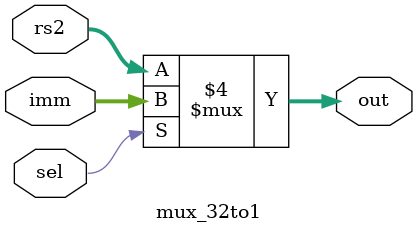
<source format=v>


`timescale 1ns/10ps

module mux_32to1 (
    sel,
    out,
    imm,
    rs2
);


input sel;
output [31:0] out;
reg [31:0] out;
input [31:0] imm;
input [31:0] rs2;




always @(sel, imm, rs2) begin: MUX_32TO1_MUX
    if ((sel == 0)) begin
        out = rs2;
    end
    else begin
        out = imm;
    end
end

endmodule

</source>
